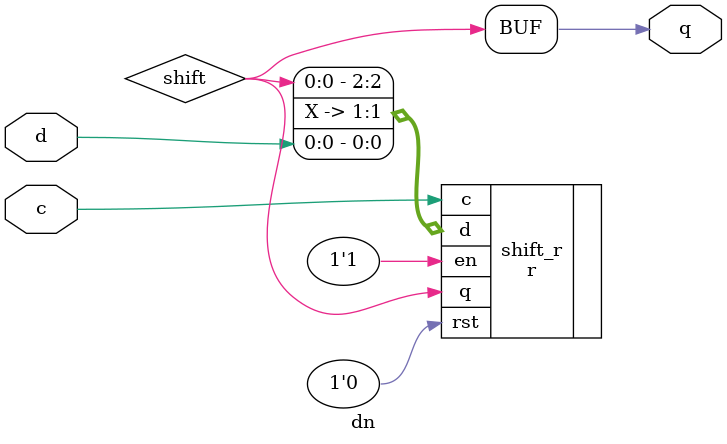
<source format=v>
`timescale 1ns/1ns
module dn
#(parameter W=1, parameter N=1)
(input c, input [W-1:0] d, output [W-1:0] q);

// delay W bits N clock cycles
wire [W*N-1:0] shift;
r #(.WIDTH(W*N)) shift_r
  (.c(c), .rst(1'b0), .en(1'b1),
   .d({shift[W*(N-1)-1:0], d}), .q(shift));
assign q = shift[W*N-1:W*(N-1)];

endmodule

</source>
